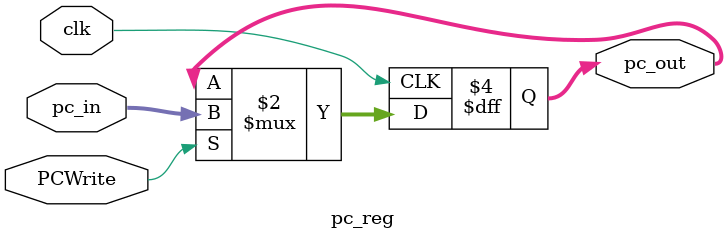
<source format=v>
`timescale 1ns / 1ps
module pc_reg(PCWrite,clk,pc_in,pc_out
    );
input PCWrite;
input clk;
output reg[8:0] pc_out;
input [8:0] pc_in;
always @(posedge clk)
if(PCWrite)
	pc_out<=pc_in;
endmodule

</source>
